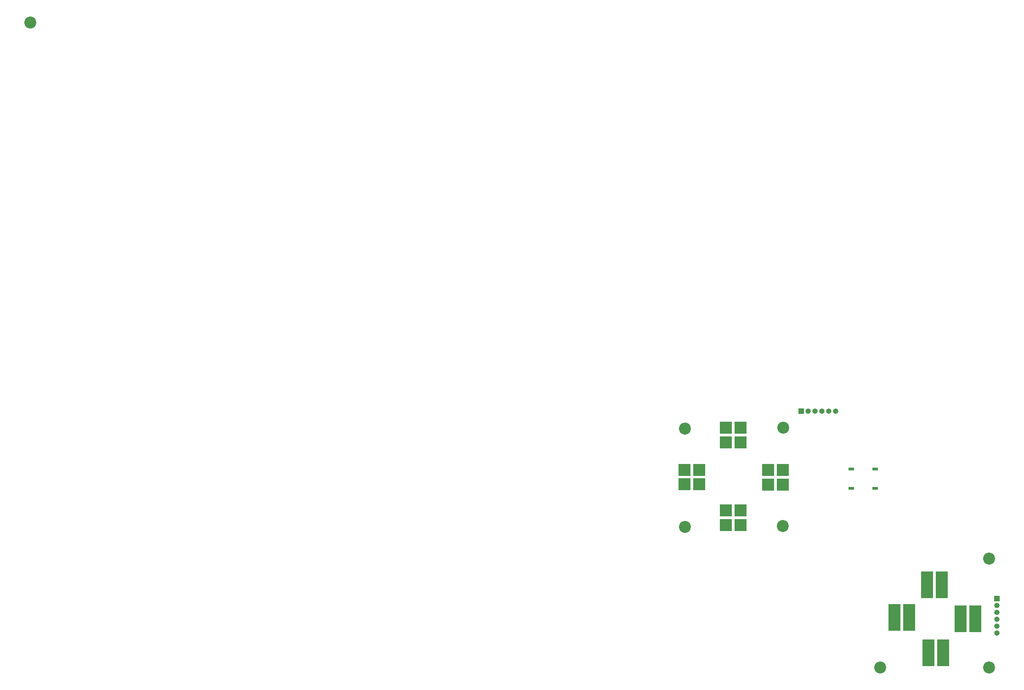
<source format=gbr>
%TF.GenerationSoftware,KiCad,Pcbnew,7.0.10*%
%TF.CreationDate,2024-02-20T20:24:08-05:00*%
%TF.ProjectId,GBoyGcPlus,47426f79-4763-4506-9c75-732e6b696361,rev?*%
%TF.SameCoordinates,Original*%
%TF.FileFunction,Soldermask,Bot*%
%TF.FilePolarity,Negative*%
%FSLAX46Y46*%
G04 Gerber Fmt 4.6, Leading zero omitted, Abs format (unit mm)*
G04 Created by KiCad (PCBNEW 7.0.10) date 2024-02-20 20:24:08*
%MOMM*%
%LPD*%
G01*
G04 APERTURE LIST*
%ADD10C,2.200000*%
%ADD11R,1.000000X1.000000*%
%ADD12O,1.000000X1.000000*%
%ADD13R,2.300000X2.300000*%
%ADD14R,2.300000X5.000000*%
%ADD15R,1.092200X0.558800*%
G04 APERTURE END LIST*
D10*
%TO.C,H7*%
X2475000Y-2475000D03*
%TD*%
%TO.C,H1*%
X123110000Y-77310000D03*
%TD*%
D11*
%TO.C,J1*%
X144526000Y-74168000D03*
D12*
X145796000Y-74168000D03*
X147066000Y-74168000D03*
X148336000Y-74168000D03*
X149606000Y-74168000D03*
X150876000Y-74168000D03*
%TD*%
D10*
%TO.C,H4*%
X179150000Y-101320000D03*
%TD*%
%TO.C,H5*%
X141224000Y-77216000D03*
%TD*%
%TO.C,H6*%
X159130000Y-121350000D03*
%TD*%
D11*
%TO.C,J2*%
X180590000Y-108640000D03*
D12*
X180590000Y-109910000D03*
X180590000Y-111180000D03*
X180590000Y-112450000D03*
X180590000Y-113720000D03*
X180590000Y-114990000D03*
%TD*%
D10*
%TO.C,H8*%
X179130000Y-121390000D03*
%TD*%
%TO.C,H2*%
X141130000Y-95330000D03*
%TD*%
%TO.C,H3*%
X123140000Y-95440000D03*
%TD*%
D13*
%TO.C,SW4*%
X141130000Y-85000000D03*
X138430000Y-87700000D03*
X138430000Y-85000000D03*
X141130000Y-87700000D03*
%TD*%
D14*
%TO.C,SW8*%
X170434000Y-106142000D03*
X167734000Y-106142000D03*
%TD*%
%TO.C,SW6*%
X176600000Y-112360000D03*
X173900000Y-112360000D03*
%TD*%
D13*
%TO.C,SW2*%
X133360000Y-92430000D03*
X130660000Y-95130000D03*
X130660000Y-92430000D03*
X133360000Y-95130000D03*
%TD*%
D15*
%TO.C,SW9*%
X153771600Y-88317000D03*
X158140400Y-88317000D03*
X153771600Y-84811800D03*
X158140400Y-84811800D03*
%TD*%
D14*
%TO.C,SW5*%
X164450000Y-112140000D03*
X161750000Y-112140000D03*
%TD*%
D13*
%TO.C,SW1*%
X125740000Y-87630000D03*
X123040000Y-84930000D03*
X125740000Y-84930000D03*
X123040000Y-87630000D03*
%TD*%
D14*
%TO.C,SW7*%
X167980000Y-118700000D03*
X170680000Y-118700000D03*
%TD*%
D13*
%TO.C,SW3*%
X130640000Y-77170000D03*
X133340000Y-79870000D03*
X130640000Y-79870000D03*
X133340000Y-77170000D03*
%TD*%
M02*

</source>
